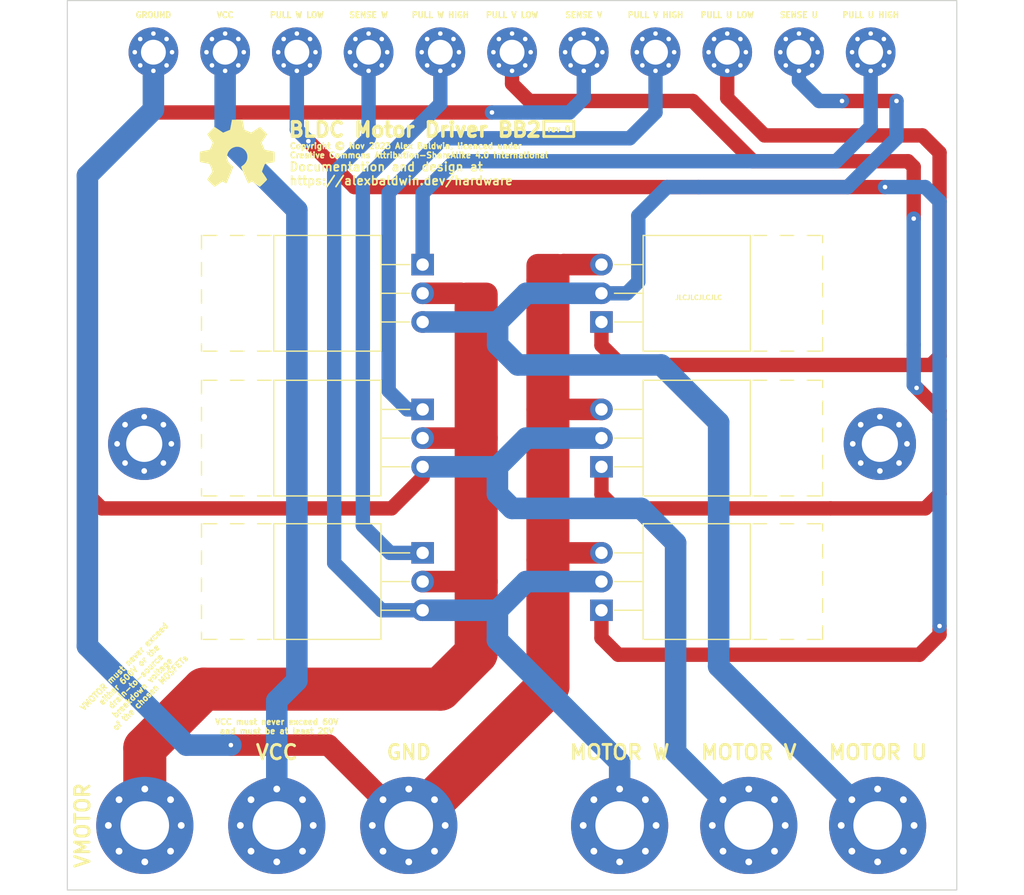
<source format=kicad_pcb>
(kicad_pcb (version 20211014) (generator pcbnew)
  (layers (0 "F.Cu" signal) (31 "B.Cu" signal) (34 "B.Paste" user) (35 "F.Paste" user) (36 "B.SilkS" user "B.Silkscreen") (37 "F.SilkS" user "F.Silkscreen") (38 "B.Mask" user) (39 "F.Mask" user) (44 "Edge.Cuts" user))
  (net 0 "")
  (net 1 "Net-(H1-Pad1)")
  (net 2 "Net-(H2-Pad1)")
  (net 3 "Net-(H3-Pad1)")
  (net 4 "Net-(H4-Pad1)")
  (net 5 "Net-(H5-Pad1)")
  (net 6 "Net-(H6-Pad1)")
  (net 7 "Net-(H7-Pad1)")
  (net 8 "Net-(H8-Pad1)")
  (net 9 "Net-(H9-Pad1)")
  (net 10 "VCC")
  (net 11 "GNDPWR")
  (net 12 "Net-(H16-Pad1)")
  (footprint "MountingHole:MountingHole_3.2mm_M3_Pad_Via" (layer "F.Cu") (at 148.1328 90.043)
    (fp_text reference "REF**" hide)
    (fp_text value "MountingHole_3.2mm_M3_Pad_Via")
    (pad "1" thru_hole circle (at 1.697056 1.697056) (size 0.8 0.8) (drill 0.5) (layers *.Cu *.Mask))
    (pad "1" thru_hole circle (at 0 2.4) (size 0.8 0.8) (drill 0.5) (layers *.Cu *.Mask))
    (pad "1" thru_hole circle (at 0 0) (size 6.4 6.4) (drill 3.2) (layers *.Cu *.Mask))
    (pad "1" thru_hole circle (at 0 -2.4) (size 0.8 0.8) (drill 0.5) (layers *.Cu *.Mask))
    (pad "1" thru_hole circle (at -2.4 0) (size 0.8 0.8) (drill 0.5) (layers *.Cu *.Mask))
    (pad "1" thru_hole circle (at 1.697056 -1.697056) (size 0.8 0.8) (drill 0.5) (layers *.Cu *.Mask))
    (pad "1" thru_hole circle (at 2.4 0) (size 0.8 0.8) (drill 0.5) (layers *.Cu *.Mask))
    (pad "1" thru_hole circle (at -1.697056 -1.697056) (size 0.8 0.8) (drill 0.5) (layers *.Cu *.Mask))
    (pad "1" thru_hole circle (at -1.697056 1.697056) (size 0.8 0.8) (drill 0.5) (layers *.Cu *.Mask))
  )
  (footprint "MountingHole:MountingHole_2.2mm_M2_Pad_Via" (layer "F.Cu") (at 147.32 55.372 180)
    (fp_text reference "H1" hide)
    (fp_text value "U_HIGH_SIDE_DRIVE")
    (pad "1" thru_hole circle (at 1.65 0 180) (size 0.7 0.7) (drill 0.4) (layers *.Cu *.Mask) (net 1 "Net-(H1-Pad1)"))
    (pad "1" thru_hole circle (at 0 1.65 180) (size 0.7 0.7) (drill 0.4) (layers *.Cu *.Mask) (net 1 "Net-(H1-Pad1)"))
    (pad "1" thru_hole circle (at 0 -1.65 180) (size 0.7 0.7) (drill 0.4) (layers *.Cu *.Mask) (net 1 "Net-(H1-Pad1)"))
    (pad "1" thru_hole circle (at 1.166726 -1.166726 180) (size 0.7 0.7) (drill 0.4) (layers *.Cu *.Mask) (net 1 "Net-(H1-Pad1)"))
    (pad "1" thru_hole circle (at 1.166726 1.166726 180) (size 0.7 0.7) (drill 0.4) (layers *.Cu *.Mask) (net 1 "Net-(H1-Pad1)"))
    (pad "1" thru_hole circle (at -1.65 0 180) (size 0.7 0.7) (drill 0.4) (layers *.Cu *.Mask) (net 1 "Net-(H1-Pad1)"))
    (pad "1" thru_hole circle (at -1.166726 -1.166726 180) (size 0.7 0.7) (drill 0.4) (layers *.Cu *.Mask) (net 1 "Net-(H1-Pad1)"))
    (pad "1" thru_hole circle (at -1.166726 1.166726 180) (size 0.7 0.7) (drill 0.4) (layers *.Cu *.Mask) (net 1 "Net-(H1-Pad1)"))
    (pad "1" thru_hole circle (at 0 0 180) (size 4.4 4.4) (drill 2.2) (layers *.Cu *.Mask) (net 1 "Net-(H1-Pad1)"))
  )
  (footprint "Package_TO_SOT_THT:TO-220-3_Horizontal_TabUp" (layer "F.Cu") (at 123.485 92.075 90)
    (fp_text reference "Q5" hide)
    (fp_text value "IRF3205")
    (pad "" np_thru_hole oval (at 2.54 16.66 90) (size 3.5 3.5) (drill 3.5) (layers *.Cu *.Mask))
    (pad "1" thru_hole rect (at 0 0 90) (size 1.905 2) (drill 1.1) (layers *.Cu *.Mask) (net 6 "Net-(H6-Pad1)"))
    (pad "2" thru_hole oval (at 2.54 0 90) (size 1.905 2) (drill 1.1) (layers *.Cu *.Mask) (net 5 "Net-(H5-Pad1)"))
    (pad "3" thru_hole oval (at 5.08 0 90) (size 1.905 2) (drill 1.1) (layers *.Cu *.Mask) (net 11 "GNDPWR"))
  )
  (footprint "MountingHole:MountingHole_4.3mm_M4_Pad_Via" (layer "F.Cu") (at 83.058 123.825 -90)
    (fp_text reference "H16" hide)
    (fp_text value "VMOTOR")
    (pad "1" thru_hole circle (at 0 0 270) (size 8.6 8.6) (drill 4.3) (layers *.Cu *.Mask) (net 12 "Net-(H16-Pad1)"))
    (pad "1" thru_hole circle (at 2.280419 2.280419 270) (size 0.9 0.9) (drill 0.6) (layers *.Cu *.Mask) (net 12 "Net-(H16-Pad1)"))
    (pad "1" thru_hole circle (at 0 -3.225 270) (size 0.9 0.9) (drill 0.6) (layers *.Cu *.Mask) (net 12 "Net-(H16-Pad1)"))
    (pad "1" thru_hole circle (at -2.280419 2.280419 270) (size 0.9 0.9) (drill 0.6) (layers *.Cu *.Mask) (net 12 "Net-(H16-Pad1)"))
    (pad "1" thru_hole circle (at 3.225 0 270) (size 0.9 0.9) (drill 0.6) (layers *.Cu *.Mask) (net 12 "Net-(H16-Pad1)"))
    (pad "1" thru_hole circle (at 2.280419 -2.280419 270) (size 0.9 0.9) (drill 0.6) (layers *.Cu *.Mask) (net 12 "Net-(H16-Pad1)"))
    (pad "1" thru_hole circle (at -3.225 0 270) (size 0.9 0.9) (drill 0.6) (layers *.Cu *.Mask) (net 12 "Net-(H16-Pad1)"))
    (pad "1" thru_hole circle (at -2.280419 -2.280419 270) (size 0.9 0.9) (drill 0.6) (layers *.Cu *.Mask) (net 12 "Net-(H16-Pad1)"))
    (pad "1" thru_hole circle (at 0 3.225 270) (size 0.9 0.9) (drill 0.6) (layers *.Cu *.Mask) (net 12 "Net-(H16-Pad1)"))
  )
  (footprint "Symbol:OSHW-Symbol_6.7x6mm_SilkScreen" (layer "F.Cu") (at 91.231 64.33)
    (fp_text reference "REF**" hide)
    (fp_text value "OSHW-Symbol_6.7x6mm_SilkScreen" hide)
  )
  (footprint "Package_TO_SOT_THT:TO-220-3_Horizontal_TabUp" (layer "F.Cu") (at 107.655 74.175 -90)
    (fp_text reference "Q1" hide)
    (fp_text value "IRF3205")
    (pad "" np_thru_hole oval (at 2.54 16.66 270) (size 3.5 3.5) (drill 3.5) (layers *.Cu *.Mask))
    (pad "1" thru_hole rect (at 0 0 270) (size 1.905 2) (drill 1.1) (layers *.Cu *.Mask) (net 1 "Net-(H1-Pad1)"))
    (pad "2" thru_hole oval (at 2.54 0 270) (size 1.905 2) (drill 1.1) (layers *.Cu *.Mask) (net 12 "Net-(H16-Pad1)"))
    (pad "3" thru_hole oval (at 5.08 0 270) (size 1.905 2) (drill 1.1) (layers *.Cu *.Mask) (net 2 "Net-(H2-Pad1)"))
  )
  (footprint "MountingHole:MountingHole_4.3mm_M4_Pad_Via" (layer "F.Cu") (at 106.426 123.825)
    (fp_text reference "H15" hide)
    (fp_text value "GND")
    (pad "1" thru_hole circle (at 0 3.225) (size 0.9 0.9) (drill 0.6) (layers *.Cu *.Mask) (net 11 "GNDPWR"))
    (pad "1" thru_hole circle (at 0 0) (size 8.6 8.6) (drill 4.3) (layers *.Cu *.Mask) (net 11 "GNDPWR"))
    (pad "1" thru_hole circle (at 0 -3.225) (size 0.9 0.9) (drill 0.6) (layers *.Cu *.Mask) (net 11 "GNDPWR"))
    (pad "1" thru_hole circle (at -2.280419 2.280419) (size 0.9 0.9) (drill 0.6) (layers *.Cu *.Mask) (net 11 "GNDPWR"))
    (pad "1" thru_hole circle (at 3.225 0) (size 0.9 0.9) (drill 0.6) (layers *.Cu *.Mask) (net 11 "GNDPWR"))
    (pad "1" thru_hole circle (at -3.225 0) (size 0.9 0.9) (drill 0.6) (layers *.Cu *.Mask) (net 11 "GNDPWR"))
    (pad "1" thru_hole circle (at -2.280419 -2.280419) (size 0.9 0.9) (drill 0.6) (layers *.Cu *.Mask) (net 11 "GNDPWR"))
    (pad "1" thru_hole circle (at 2.280419 -2.280419) (size 0.9 0.9) (drill 0.6) (layers *.Cu *.Mask) (net 11 "GNDPWR"))
    (pad "1" thru_hole circle (at 2.280419 2.280419) (size 0.9 0.9) (drill 0.6) (layers *.Cu *.Mask) (net 11 "GNDPWR"))
  )
  (footprint "MountingHole:MountingHole_2.2mm_M2_Pad_Via" (layer "F.Cu") (at 134.62 55.372 180)
    (fp_text reference "H3" hide)
    (fp_text value "U_LOW_SIDE_DRIVE")
    (pad "1" thru_hole circle (at -1.166726 -1.166726 180) (size 0.7 0.7) (drill 0.4) (layers *.Cu *.Mask) (net 3 "Net-(H3-Pad1)"))
    (pad "1" thru_hole circle (at -1.166726 1.166726 180) (size 0.7 0.7) (drill 0.4) (layers *.Cu *.Mask) (net 3 "Net-(H3-Pad1)"))
    (pad "1" thru_hole circle (at 1.166726 -1.166726 180) (size 0.7 0.7) (drill 0.4) (layers *.Cu *.Mask) (net 3 "Net-(H3-Pad1)"))
    (pad "1" thru_hole circle (at 1.166726 1.166726 180) (size 0.7 0.7) (drill 0.4) (layers *.Cu *.Mask) (net 3 "Net-(H3-Pad1)"))
    (pad "1" thru_hole circle (at 0 1.65 180) (size 0.7 0.7) (drill 0.4) (layers *.Cu *.Mask) (net 3 "Net-(H3-Pad1)"))
    (pad "1" thru_hole circle (at 1.65 0 180) (size 0.7 0.7) (drill 0.4) (layers *.Cu *.Mask) (net 3 "Net-(H3-Pad1)"))
    (pad "1" thru_hole circle (at 0 -1.65 180) (size 0.7 0.7) (drill 0.4) (layers *.Cu *.Mask) (net 3 "Net-(H3-Pad1)"))
    (pad "1" thru_hole circle (at -1.65 0 180) (size 0.7 0.7) (drill 0.4) (layers *.Cu *.Mask) (net 3 "Net-(H3-Pad1)"))
    (pad "1" thru_hole circle (at 0 0 180) (size 4.4 4.4) (drill 2.2) (layers *.Cu *.Mask) (net 3 "Net-(H3-Pad1)"))
  )
  (footprint "Package_TO_SOT_THT:TO-220-3_Horizontal_TabUp" (layer "F.Cu") (at 107.655 86.995 -90)
    (fp_text reference "Q2" hide)
    (fp_text value "IRF3205")
    (pad "" np_thru_hole oval (at 2.54 16.66 270) (size 3.5 3.5) (drill 3.5) (layers *.Cu *.Mask))
    (pad "1" thru_hole rect (at 0 0 270) (size 1.905 2) (drill 1.1) (layers *.Cu *.Mask) (net 4 "Net-(H4-Pad1)"))
    (pad "2" thru_hole oval (at 2.54 0 270) (size 1.905 2) (drill 1.1) (layers *.Cu *.Mask) (net 12 "Net-(H16-Pad1)"))
    (pad "3" thru_hole oval (at 5.08 0 270) (size 1.905 2) (drill 1.1) (layers *.Cu *.Mask) (net 5 "Net-(H5-Pad1)"))
  )
  (footprint "MountingHole:MountingHole_2.2mm_M2_Pad_Via" (layer "F.Cu") (at 96.52 55.372 180)
    (fp_text reference "H9" hide)
    (fp_text value "W_LOW_SIDE_DRIVE")
    (pad "1" thru_hole circle (at 0 0 180) (size 4.4 4.4) (drill 2.2) (layers *.Cu *.Mask) (net 9 "Net-(H9-Pad1)"))
    (pad "1" thru_hole circle (at -1.65 0 180) (size 0.7 0.7) (drill 0.4) (layers *.Cu *.Mask) (net 9 "Net-(H9-Pad1)"))
    (pad "1" thru_hole circle (at -1.166726 -1.166726 180) (size 0.7 0.7) (drill 0.4) (layers *.Cu *.Mask) (net 9 "Net-(H9-Pad1)"))
    (pad "1" thru_hole circle (at 1.166726 1.166726 180) (size 0.7 0.7) (drill 0.4) (layers *.Cu *.Mask) (net 9 "Net-(H9-Pad1)"))
    (pad "1" thru_hole circle (at -1.166726 1.166726 180) (size 0.7 0.7) (drill 0.4) (layers *.Cu *.Mask) (net 9 "Net-(H9-Pad1)"))
    (pad "1" thru_hole circle (at 0 -1.65 180) (size 0.7 0.7) (drill 0.4) (layers *.Cu *.Mask) (net 9 "Net-(H9-Pad1)"))
    (pad "1" thru_hole circle (at 1.166726 -1.166726 180) (size 0.7 0.7) (drill 0.4) (layers *.Cu *.Mask) (net 9 "Net-(H9-Pad1)"))
    (pad "1" thru_hole circle (at 0 1.65 180) (size 0.7 0.7) (drill 0.4) (layers *.Cu *.Mask) (net 9 "Net-(H9-Pad1)"))
    (pad "1" thru_hole circle (at 1.65 0 180) (size 0.7 0.7) (drill 0.4) (layers *.Cu *.Mask) (net 9 "Net-(H9-Pad1)"))
  )
  (footprint "MountingHole:MountingHole_4.3mm_M4_Pad_Via" (layer "F.Cu") (at 147.935 123.825)
    (fp_text reference "H17" hide)
    (fp_text value "MOTOR_U_DRIVE")
    (pad "1" thru_hole circle (at -2.280419 2.280419) (size 0.9 0.9) (drill 0.6) (layers *.Cu *.Mask) (net 2 "Net-(H2-Pad1)"))
    (pad "1" thru_hole circle (at -3.225 0) (size 0.9 0.9) (drill 0.6) (layers *.Cu *.Mask) (net 2 "Net-(H2-Pad1)"))
    (pad "1" thru_hole circle (at 0 -3.225) (size 0.9 0.9) (drill 0.6) (layers *.Cu *.Mask) (net 2 "Net-(H2-Pad1)"))
    (pad "1" thru_hole circle (at 0 3.225) (size 0.9 0.9) (drill 0.6) (layers *.Cu *.Mask) (net 2 "Net-(H2-Pad1)"))
    (pad "1" thru_hole circle (at 2.280419 2.280419) (size 0.9 0.9) (drill 0.6) (layers *.Cu *.Mask) (net 2 "Net-(H2-Pad1)"))
    (pad "1" thru_hole circle (at 0 0) (size 8.6 8.6) (drill 4.3) (layers *.Cu *.Mask) (net 2 "Net-(H2-Pad1)"))
    (pad "1" thru_hole circle (at 3.225 0) (size 0.9 0.9) (drill 0.6) (layers *.Cu *.Mask) (net 2 "Net-(H2-Pad1)"))
    (pad "1" thru_hole circle (at 2.280419 -2.280419) (size 0.9 0.9) (drill 0.6) (layers *.Cu *.Mask) (net 2 "Net-(H2-Pad1)"))
    (pad "1" thru_hole circle (at -2.280419 -2.280419) (size 0.9 0.9) (drill 0.6) (layers *.Cu *.Mask) (net 2 "Net-(H2-Pad1)"))
  )
  (footprint "MountingHole:MountingHole_2.2mm_M2_Pad_Via" (layer "F.Cu") (at 83.82 55.372 180)
    (fp_text reference "H11" hide)
    (fp_text value "GND")
    (pad "1" thru_hole circle (at 1.166726 -1.166726 180) (size 0.7 0.7) (drill 0.4) (layers *.Cu *.Mask) (net 11 "GNDPWR"))
    (pad "1" thru_hole circle (at -1.166726 1.166726 180) (size 0.7 0.7) (drill 0.4) (layers *.Cu *.Mask) (net 11 "GNDPWR"))
    (pad "1" thru_hole circle (at 0 -1.65 180) (size 0.7 0.7) (drill 0.4) (layers *.Cu *.Mask) (net 11 "GNDPWR"))
    (pad "1" thru_hole circle (at 1.166726 1.166726 180) (size 0.7 0.7) (drill 0.4) (layers *.Cu *.Mask) (net 11 "GNDPWR"))
    (pad "1" thru_hole circle (at -1.166726 -1.166726 180) (size 0.7 0.7) (drill 0.4) (layers *.Cu *.Mask) (net 11 "GNDPWR"))
    (pad "1" thru_hole circle (at 0 1.65 180) (size 0.7 0.7) (drill 0.4) (layers *.Cu *.Mask) (net 11 "GNDPWR"))
    (pad "1" thru_hole circle (at 1.65 0 180) (size 0.7 0.7) (drill 0.4) (layers *.Cu *.Mask) (net 11 "GNDPWR"))
    (pad "1" thru_hole circle (at -1.65 0 180) (size 0.7 0.7) (drill 0.4) (layers *.Cu *.Mask) (net 11 "GNDPWR"))
    (pad "1" thru_hole circle (at 0 0 180) (size 4.4 4.4) (drill 2.2) (layers *.Cu *.Mask) (net 11 "GNDPWR"))
  )
  (footprint "MountingHole:MountingHole_2.2mm_M2_Pad_Via" (layer "F.Cu") (at 140.97 55.372 180)
    (fp_text reference "H2" hide)
    (fp_text value "MOTOR_U")
    (pad "1" thru_hole circle (at 0 0 180) (size 4.4 4.4) (drill 2.2) (layers *.Cu *.Mask) (net 2 "Net-(H2-Pad1)"))
    (pad "1" thru_hole circle (at 0 -1.65 180) (size 0.7 0.7) (drill 0.4) (layers *.Cu *.Mask) (net 2 "Net-(H2-Pad1)"))
    (pad "1" thru_hole circle (at -1.65 0 180) (size 0.7 0.7) (drill 0.4) (layers *.Cu *.Mask) (net 2 "Net-(H2-Pad1)"))
    (pad "1" thru_hole circle (at 1.166726 -1.166726 180) (size 0.7 0.7) (drill 0.4) (layers *.Cu *.Mask) (net 2 "Net-(H2-Pad1)"))
    (pad "1" thru_hole circle (at -1.166726 1.166726 180) (size 0.7 0.7) (drill 0.4) (layers *.Cu *.Mask) (net 2 "Net-(H2-Pad1)"))
    (pad "1" thru_hole circle (at 0 1.65 180) (size 0.7 0.7) (drill 0.4) (layers *.Cu *.Mask) (net 2 "Net-(H2-Pad1)"))
    (pad "1" thru_hole circle (at 1.166726 1.166726 180) (size 0.7 0.7) (drill 0.4) (layers *.Cu *.Mask) (net 2 "Net-(H2-Pad1)"))
    (pad "1" thru_hole circle (at -1.166726 -1.166726 180) (size 0.7 0.7) (drill 0.4) (layers *.Cu *.Mask) (net 2 "Net-(H2-Pad1)"))
    (pad "1" thru_hole circle (at 1.65 0 180) (size 0.7 0.7) (drill 0.4) (layers *.Cu *.Mask) (net 2 "Net-(H2-Pad1)"))
  )
  (footprint "MountingHole:MountingHole_2.2mm_M2_Pad_Via" (layer "F.Cu") (at 121.92 55.372 180)
    (fp_text reference "H5" hide)
    (fp_text value "MOTOR_V")
    (pad "1" thru_hole circle (at 0 1.65 180) (size 0.7 0.7) (drill 0.4) (layers *.Cu *.Mask) (net 5 "Net-(H5-Pad1)"))
    (pad "1" thru_hole circle (at 1.166726 -1.166726 180) (size 0.7 0.7) (drill 0.4) (layers *.Cu *.Mask) (net 5 "Net-(H5-Pad1)"))
    (pad "1" thru_hole circle (at 1.65 0 180) (size 0.7 0.7) (drill 0.4) (layers *.Cu *.Mask) (net 5 "Net-(H5-Pad1)"))
    (pad "1" thru_hole circle (at 0 -1.65 180) (size 0.7 0.7) (drill 0.4) (layers *.Cu *.Mask) (net 5 "Net-(H5-Pad1)"))
    (pad "1" thru_hole circle (at -1.166726 1.166726 180) (size 0.7 0.7) (drill 0.4) (layers *.Cu *.Mask) (net 5 "Net-(H5-Pad1)"))
    (pad "1" thru_hole circle (at 1.166726 1.166726 180) (size 0.7 0.7) (drill 0.4) (layers *.Cu *.Mask) (net 5 "Net-(H5-Pad1)"))
    (pad "1" thru_hole circle (at -1.166726 -1.166726 180) (size 0.7 0.7) (drill 0.4) (layers *.Cu *.Mask) (net 5 "Net-(H5-Pad1)"))
    (pad "1" thru_hole circle (at 0 0 180) (size 4.4 4.4) (drill 2.2) (layers *.Cu *.Mask) (net 5 "Net-(H5-Pad1)"))
    (pad "1" thru_hole circle (at -1.65 0 180) (size 0.7 0.7) (drill 0.4) (layers *.Cu *.Mask) (net 5 "Net-(H5-Pad1)"))
  )
  (footprint "Package_TO_SOT_THT:TO-220-3_Horizontal_TabUp" (layer "F.Cu") (at 107.655 99.695 -90)
    (fp_text reference "Q3" hide)
    (fp_text value "IRF3205")
    (pad "" np_thru_hole oval (at 2.54 16.66 270) (size 3.5 3.5) (drill 3.5) (layers *.Cu *.Mask))
    (pad "1" thru_hole rect (at 0 0 270) (size 1.905 2) (drill 1.1) (layers *.Cu *.Mask) (net 7 "Net-(H7-Pad1)"))
    (pad "2" thru_hole oval (at 2.54 0 270) (size 1.905 2) (drill 1.1) (layers *.Cu *.Mask) (net 12 "Net-(H16-Pad1)"))
    (pad "3" thru_hole oval (at 5.08 0 270) (size 1.905 2) (drill 1.1) (layers *.Cu *.Mask) (net 8 "Net-(H8-Pad1)"))
  )
  (footprint "MountingHole:MountingHole_2.2mm_M2_Pad_Via" (layer "F.Cu") (at 109.22 55.372 180)
    (fp_text reference "H7" hide)
    (fp_text value "W_HIGH_SIDE_DRIVE")
    (pad "1" thru_hole circle (at 0 0 180) (size 4.4 4.4) (drill 2.2) (layers *.Cu *.Mask) (net 7 "Net-(H7-Pad1)"))
    (pad "1" thru_hole circle (at 1.65 0 180) (size 0.7 0.7) (drill 0.4) (layers *.Cu *.Mask) (net 7 "Net-(H7-Pad1)"))
    (pad "1" thru_hole circle (at 0 1.65 180) (size 0.7 0.7) (drill 0.4) (layers *.Cu *.Mask) (net 7 "Net-(H7-Pad1)"))
    (pad "1" thru_hole circle (at -1.166726 1.166726 180) (size 0.7 0.7) (drill 0.4) (layers *.Cu *.Mask) (net 7 "Net-(H7-Pad1)"))
    (pad "1" thru_hole circle (at 0 -1.65 180) (size 0.7 0.7) (drill 0.4) (layers *.Cu *.Mask) (net 7 "Net-(H7-Pad1)"))
    (pad "1" thru_hole circle (at 1.166726 -1.166726 180) (size 0.7 0.7) (drill 0.4) (layers *.Cu *.Mask) (net 7 "Net-(H7-Pad1)"))
    (pad "1" thru_hole circle (at 1.166726 1.166726 180) (size 0.7 0.7) (drill 0.4) (layers *.Cu *.Mask) (net 7 "Net-(H7-Pad1)"))
    (pad "1" thru_hole circle (at -1.166726 -1.166726 180) (size 0.7 0.7) (drill 0.4) (layers *.Cu *.Mask) (net 7 "Net-(H7-Pad1)"))
    (pad "1" thru_hole circle (at -1.65 0 180) (size 0.7 0.7) (drill 0.4) (layers *.Cu *.Mask) (net 7 "Net-(H7-Pad1)"))
  )
  (footprint "MountingHole:MountingHole_2.2mm_M2_Pad_Via" (layer "F.Cu") (at 102.87 55.372 180)
    (fp_text reference "H8" hide)
    (fp_text value "MOTOR_W")
    (pad "1" thru_hole circle (at -1.65 0 180) (size 0.7 0.7) (drill 0.4) (layers *.Cu *.Mask) (net 8 "Net-(H8-Pad1)"))
    (pad "1" thru_hole circle (at 1.65 0 180) (size 0.7 0.7) (drill 0.4) (layers *.Cu *.Mask) (net 8 "Net-(H8-Pad1)"))
    (pad "1" thru_hole circle (at 0 0 180) (size 4.4 4.4) (drill 2.2) (layers *.Cu *.Mask) (net 8 "Net-(H8-Pad1)"))
    (pad "1" thru_hole circle (at 1.166726 1.166726 180) (size 0.7 0.7) (drill 0.4) (layers *.Cu *.Mask) (net 8 "Net-(H8-Pad1)"))
    (pad "1" thru_hole circle (at 0 1.65 180) (size 0.7 0.7) (drill 0.4) (layers *.Cu *.Mask) (net 8 "Net-(H8-Pad1)"))
    (pad "1" thru_hole circle (at 1.166726 -1.166726 180) (size 0.7 0.7) (drill 0.4) (layers *.Cu *.Mask) (net 8 "Net-(H8-Pad1)"))
    (pad "1" thru_hole circle (at 0 -1.65 180) (size 0.7 0.7) (drill 0.4) (layers *.Cu *.Mask) (net 8 "Net-(H8-Pad1)"))
    (pad "1" thru_hole circle (at -1.166726 -1.166726 180) (size 0.7 0.7) (drill 0.4) (layers *.Cu *.Mask) (net 8 "Net-(H8-Pad1)"))
    (pad "1" thru_hole circle (at -1.166726 1.166726 180) (size 0.7 0.7) (drill 0.4) (layers *.Cu *.Mask) (net 8 "Net-(H8-Pad1)"))
  )
  (footprint "Package_TO_SOT_THT:TO-220-3_Horizontal_TabUp" (layer "F.Cu") (at 123.485 104.775 90)
    (fp_text reference "Q6" hide)
    (fp_text value "IRF3205")
    (pad "" np_thru_hole oval (at 2.54 16.66 90) (size 3.5 3.5) (drill 3.5) (layers *.Cu *.Mask))
    (pad "1" thru_hole rect (at 0 0 90) (size 1.905 2) (drill 1.1) (layers *.Cu *.Mask) (net 9 "Net-(H9-Pad1)"))
    (pad "2" thru_hole oval (at 2.54 0 90) (size 1.905 2) (drill 1.1) (layers *.Cu *.Mask) (net 8 "Net-(H8-Pad1)"))
    (pad "3" thru_hole oval (at 5.08 0 90) (size 1.905 2) (drill 1.1) (layers *.Cu *.Mask) (net 11 "GNDPWR"))
  )
  (footprint "MountingHole:MountingHole_4.3mm_M4_Pad_Via" (layer "F.Cu") (at 136.525 123.825)
    (fp_text reference "H18" hide)
    (fp_text value "MOTOR_V_DRIVE")
    (pad "1" thru_hole circle (at -2.280419 2.280419) (size 0.9 0.9) (drill 0.6) (layers *.Cu *.Mask) (net 5 "Net-(H5-Pad1)"))
    (pad "1" thru_hole circle (at -2.280419 -2.280419) (size 0.9 0.9) (drill 0.6) (layers *.Cu *.Mask) (net 5 "Net-(H5-Pad1)"))
    (pad "1" thru_hole circle (at 0 0) (size 8.6 8.6) (drill 4.3) (layers *.Cu *.Mask) (net 5 "Net-(H5-Pad1)"))
    (pad "1" thru_hole circle (at 0 -3.225) (size 0.9 0.9) (drill 0.6) (layers *.Cu *.Mask) (net 5 "Net-(H5-Pad1)"))
    (pad "1" thru_hole circle (at -3.225 0) (size 0.9 0.9) (drill 0.6) (layers *.Cu *.Mask) (net 5 "Net-(H5-Pad1)"))
    (pad "1" thru_hole circle (at 2.280419 2.280419) (size 0.9 0.9) (drill 0.6) (layers *.Cu *.Mask) (net 5 "Net-(H5-Pad1)"))
    (pad "1" thru_hole circle (at 2.280419 -2.280419) (size 0.9 0.9) (drill 0.6) (layers *.Cu *.Mask) (net 5 "Net-(H5-Pad1)"))
    (pad "1" thru_hole circle (at 0 3.225) (size 0.9 0.9) (drill 0.6) (layers *.Cu *.Mask) (net 5 "Net-(H5-Pad1)"))
    (pad "1" thru_hole circle (at 3.225 0) (size 0.9 0.9) (drill 0.6) (layers *.Cu *.Mask) (net 5 "Net-(H5-Pad1)"))
  )
  (footprint "MountingHole:MountingHole_4.3mm_M4_Pad_Via" (layer "F.Cu") (at 94.742 123.825)
    (fp_text reference "H14" hide)
    (fp_text value "VCC")
    (pad "1" thru_hole circle (at 3.225 0) (size 0.9 0.9) (drill 0.6) (layers *.Cu *.Mask) (net 10 "VCC"))
    (pad "1" thru_hole circle (at -2.280419 -2.280419) (size 0.9 0.9) (drill 0.6) (layers *.Cu *.Mask) (net 10 "VCC"))
    (pad "1" thru_hole circle (at 0 3.225) (size 0.9 0.9) (drill 0.6) (layers *.Cu *.Mask) (net 10 "VCC"))
    (pad "1" thru_hole circle (at 2.280419 -2.280419) (size 0.9 0.9) (drill 0.6) (layers *.Cu *.Mask) (net 10 "VCC"))
    (pad "1" thru_hole circle (at 0 -3.225) (size 0.9 0.9) (drill 0.6) (layers *.Cu *.Mask) (net 10 "VCC"))
    (pad "1" thru_hole circle (at 2.280419 2.280419) (size 0.9 0.9) (drill 0.6) (layers *.Cu *.Mask) (net 10 "VCC"))
    (pad "1" thru_hole circle (at -2.280419 2.280419) (size 0.9 0.9) (drill 0.6) (layers *.Cu *.Mask) (net 10 "VCC"))
    (pad "1" thru_hole circle (at 0 0) (size 8.6 8.6) (drill 4.3) (layers *.Cu *.Mask) (net 10 "VCC"))
    (pad "1" thru_hole circle (at -3.225 0) (size 0.9 0.9) (drill 0.6) (layers *.Cu *.Mask) (net 10 "VCC"))
  )
  (footprint "MountingHole:MountingHole_2.2mm_M2_Pad_Via" (layer "F.Cu") (at 90.17 55.372 180)
    (fp_text reference "H10" hide)
    (fp_text value "VCC")
    (pad "1" thru_hole circle (at 1.166726 -1.166726 180) (size 0.7 0.7) (drill 0.4) (layers *.Cu *.Mask) (net 10 "VCC"))
    (pad "1" thru_hole circle (at 1.65 0 180) (size 0.7 0.7) (drill 0.4) (layers *.Cu *.Mask) (net 10 "VCC"))
    (pad "1" thru_hole circle (at 1.166726 1.166726 180) (size 0.7 0.7) (drill 0.4) (layers *.Cu *.Mask) (net 10 "VCC"))
    (pad "1" thru_hole circle (at -1.65 0 180) (size 0.7 0.7) (drill 0.4) (layers *.Cu *.Mask) (net 10 "VCC"))
    (pad "1" thru_hole circle (at -1.166726 -1.166726 180) (size 0.7 0.7) (drill 0.4) (layers *.Cu *.Mask) (net 10 "VCC"))
    (pad "1" thru_hole circle (at 0 -1.65 180) (size 0.7 0.7) (drill 0.4) (layers *.Cu *.Mask) (net 10 "VCC"))
    (pad "1" thru_hole circle (at -1.166726 1.166726 180) (size 0.7 0.7) (drill 0.4) (layers *.Cu *.Mask) (net 10 "VCC"))
    (pad "1" thru_hole circle (at 0 1.65 180) (size 0.7 0.7) (drill 0.4) (layers *.Cu *.Mask) (net 10 "VCC"))
    (pad "1" thru_hole circle (at 0 0 180) (size 4.4 4.4) (drill 2.2) (layers *.Cu *.Mask) (net 10 "VCC"))
  )
  (footprint "MountingHole:MountingHole_4.3mm_M4_Pad_Via" (layer "F.Cu") (at 125.095 123.825)
    (fp_text reference "H19" hide)
    (fp_text value "MOTOR_W_DRIVE")
    (pad "1" thru_hole circle (at 0 -3.225) (size 0.9 0.9) (drill 0.6) (layers *.Cu *.Mask) (net 8 "Net-(H8-Pad1)"))
    (pad "1" thru_hole circle (at 2.280419 -2.280419) (size 0.9 0.9) (drill 0.6) (layers *.Cu *.Mask) (net 8 "Net-(H8-Pad1)"))
    (pad "1" thru_hole circle (at 3.225 0) (size 0.9 0.9) (drill 0.6) (layers *.Cu *.Mask) (net 8 "Net-(H8-Pad1)"))
    (pad "1" thru_hole circle (at -2.280419 -2.280419) (size 0.9 0.9) (drill 0.6) (layers *.Cu *.Mask) (net 8 "Net-(H8-Pad1)"))
    (pad "1" thru_hole circle (at 0 3.225) (size 0.9 0.9) (drill 0.6) (layers *.Cu *.Mask) (net 8 "Net-(H8-Pad1)"))
    (pad "1" thru_hole circle (at 2.280419 2.280419) (size 0.9 0.9) (drill 0.6) (layers *.Cu *.Mask) (net 8 "Net-(H8-Pad1)"))
    (pad "1" thru_hole circle (at 0 0) (size 8.6 8.6) (drill 4.3) (layers *.Cu *.Mask) (net 8 "Net-(H8-Pad1)"))
    (pad "1" thru_hole circle (at -3.225 0) (size 0.9 0.9) (drill 0.6) (layers *.Cu *.Mask) (net 8 "Net-(H8-Pad1)"))
    (pad "1" thru_hole circle (at -2.280419 2.280419) (size 0.9 0.9) (drill 0.6) (layers *.Cu *.Mask) (net 8 "Net-(H8-Pad1)"))
  )
  (footprint "MountingHole:MountingHole_3.2mm_M3_Pad_Via" (layer "F.Cu") (at 83.0072 90.043)
    (fp_text reference "REF**" hide)
    (fp_text value "MountingHole_3.2mm_M3_Pad_Via")
    (pad "1" thru_hole circle (at 0 2.4) (size 0.8 0.8) (drill 0.5) (layers F&B.Cu *.Mask))
    (pad "1" thru_hole circle (at 1.697056 1.697056) (size 0.8 0.8) (drill 0.5) (layers F&B.Cu *.Mask))
    (pad "1" thru_hole circle (at 1.697056 -1.697056) (size 0.8 0.8) (drill 0.5) (layers F&B.Cu *.Mask))
    (pad "1" thru_hole circle (at 2.4 0) (size 0.8 0.8) (drill 0.5) (layers F&B.Cu *.Mask))
    (pad "1" thru_hole circle (at -1.697056 1.697056) (size 0.8 0.8) (drill 0.5) (layers F&B.Cu *.Mask))
    (pad "1" thru_hole circle (at 0 0) (size 6.4 6.4) (drill 3.2) (layers F&B.Cu *.Mask))
    (pad "1" thru_hole circle (at -2.4 0) (size 0.8 0.8) (drill 0.5) (layers F&B.Cu *.Mask))
    (pad "1" thru_hole circle (at -1.697056 -1.697056) (size 0.8 0.8) (drill 0.5) (layers F&B.Cu *.Mask))
    (pad "1" thru_hole circle (at 0 -2.4) (size 0.8 0.8) (drill 0.5) (layers F&B.Cu *.Mask))
  )
  (footprint "Package_TO_SOT_THT:TO-220-3_Horizontal_TabUp" (layer "F.Cu") (at 123.485 79.255 90)
    (fp_text reference "Q4" hide)
    (fp_text value "IRF3205")
    (pad "" np_thru_hole oval (at 2.54 16.66 90) (size 3.5 3.5) (drill 3.5) (layers *.Cu *.Mask))
    (pad "1" thru_hole rect (at 0 0 90) (size 1.905 2) (drill 1.1) (layers *.Cu *.Mask) (net 3 "Net-(H3-Pad1)"))
    (pad "2" thru_hole oval (at 2.54 0 90) (size 1.905 2) (drill 1.1) (layers *.Cu *.Mask) (net 2 "Net-(H2-Pad1)"))
    (pad "3" thru_hole oval (at 5.08 0 90) (size 1.905 2) (drill 1.1) (layers *.Cu *.Mask) (net 11 "GNDPWR"))
  )
  (footprint "MountingHole:MountingHole_2.2mm_M2_Pad_Via" (layer "F.Cu") (at 128.27 55.372 180)
    (fp_text reference "H4" hide)
    (fp_text value "V_HIGH_SIDE_DRIVE")
    (pad "1" thru_hole circle (at 1.166726 1.166726 180) (size 0.7 0.7) (drill 0.4) (layers *.Cu *.Mask) (net 4 "Net-(H4-Pad1)"))
    (pad "1" thru_hole circle (at -1.65 0 180) (size 0.7 0.7) (drill 0.4) (layers *.Cu *.Mask) (net 4 "Net-(H4-Pad1)"))
    (pad "1" thru_hole circle (at 1.65 0 180) (size 0.7 0.7) (drill 0.4) (layers *.Cu *.Mask) (net 4 "Net-(H4-Pad1)"))
    (pad "1" thru_hole circle (at 0 1.65 180) (size 0.7 0.7) (drill 0.4) (layers *.Cu *.Mask) (net 4 "Net-(H4-Pad1)"))
    (pad "1" thru_hole circle (at -1.166726 -1.166726 180) (size 0.7 0.7) (drill 0.4) (layers *.Cu *.Mask) (net 4 "Net-(H4-Pad1)"))
    (pad "1" thru_hole circle (at -1.166726 1.166726 180) (size 0.7 0.7) (drill 0.4) (layers *.Cu *.Mask) (net 4 "Net-(H4-Pad1)"))
    (pad "1" thru_hole circle (at 1.166726 -1.166726 180) (size 0.7 0.7) (drill 0.4) (layers *.Cu *.Mask) (net 4 "Net-(H4-Pad1)"))
    (pad "1" thru_hole circle (at 0 0 180) (size 4.4 4.4) (drill 2.2) (layers *.Cu *.Mask) (net 4 "Net-(H4-Pad1)"))
    (pad "1" thru_hole circle (at 0 -1.65 180) (size 0.7 0.7) (drill 0.4) (layers *.Cu *.Mask) (net 4 "Net-(H4-Pad1)"))
  )
  (footprint "MountingHole:MountingHole_2.2mm_M2_Pad_Via" (layer "F.Cu") (at 115.57 55.372 180)
    (fp_text reference "H6" hide)
    (fp_text value "V_LOW_SIDE_DRIVE")
    (pad "1" thru_hole circle (at -1.65 0 180) (size 0.7 0.7) (drill 0.4) (layers *.Cu *.Mask) (net 6 "Net-(H6-Pad1)"))
    (pad "1" thru_hole circle (at -1.166726 -1.166726 180) (size 0.7 0.7) (drill 0.4) (layers *.Cu *.Mask) (net 6 "Net-(H6-Pad1)"))
    (pad "1" thru_hole circle (at 1.166726 -1.166726 180) (size 0.7 0.7) (drill 0.4) (layers *.Cu *.Mask) (net 6 "Net-(H6-Pad1)"))
    (pad "1" thru_hole circle (at 1.65 0 180) (size 0.7 0.7) (drill 0.4) (layers *.Cu *.Mask) (net 6 "Net-(H6-Pad1)"))
    (pad "1" thru_hole circle (at 0 1.65 180) (size 0.7 0.7) (drill 0.4) (layers *.Cu *.Mask) (net 6 "Net-(H6-Pad1)"))
    (pad "1" thru_hole circle (at -1.166726 1.166726 180) (size 0.7 0.7) (drill 0.4) (layers *.Cu *.Mask) (net 6 "Net-(H6-Pad1)"))
    (pad "1" thru_hole circle (at 1.166726 1.166726 180) (size 0.7 0.7) (drill 0.4) (layers *.Cu *.Mask) (net 6 "Net-(H6-Pad1)"))
    (pad "1" thru_hole circle (at 0 -1.65 180) (size 0.7 0.7) (drill 0.4) (layers *.Cu *.Mask) (net 6 "Net-(H6-Pad1)"))
    (pad "1" thru_hole circle (at 0 0 180) (size 4.4 4.4) (drill 2.2) (layers *.Cu *.Mask) (net 6 "Net-(H6-Pad1)"))
  )
  (gr_line (start 118.381 61.48) (end 121.031 61.48) (layer "F.SilkS") (width 0.254))
  (gr_line (start 121.031 62.83) (end 118.381 62.83) (layer "F.SilkS") (width 0.254))
  (gr_line (start 118.381 62.83) (end 118.381 61.48) (layer "F.SilkS") (width 0.254))
  (gr_line (start 121.031 61.48) (end 121.031 62.83) (layer "F.SilkS") (width 0.254))
  (gr_rect (start 76.2 50.8) (end 154.94 129.54) (layer "Edge.Cuts") (width 0.1) (fill none))
  (gr_text "MOTOR U\n" (at 147.955 117.348) (layer "F.SilkS") (effects (font (size 1.27 1.27) (thickness 0.254))))
  (gr_text "VMOTOR" (at 77.5462 123.825 90) (layer "F.SilkS") (effects (font (size 1.27 1.27) (thickness 0.254))))
  (gr_text "MOTOR V" (at 136.525 117.348) (layer "F.SilkS") (effects (font (size 1.27 1.27) (thickness 0.254))))
  (gr_text "SENSE W" (at 102.87 52.07) (layer "F.SilkS") (effects (font (size 0.508 0.508) (thickness 0.127))))
  (gr_text "PULL U HIGH" (at 147.32 52.07) (layer "F.SilkS") (effects (font (size 0.508 0.508) (thickness 0.127))))
  (gr_text "SENSE V" (at 121.92 52.07) (layer "F.SilkS") (effects (font (size 0.508 0.508) (thickness 0.127))))
  (gr_text "VCC must never exceed 60V\nand must be at least 20V" (at 94.742 115.062) (layer "F.SilkS") (effects (font (size 0.508 0.508) (thickness 0.127))))
  (gr_text "MOTOR W" (at 125.095 117.348) (layer "F.SilkS") (effects (font (size 1.27 1.27) (thickness 0.254))))
  (gr_text "VCC" (at 94.742 117.348) (layer "F.SilkS") (effects (font (size 1.27 1.27) (thickness 0.254))))
  (gr_text "BLDC Motor Driver BB2" (at 95.631 62.23) (layer "F.SilkS") (effects (font (size 1.27 1.27) (thickness 0.3175)) (justify left)))
  (gr_text "PULL V LOW" (at 115.57 52.07) (layer "F.SilkS") (effects (font (size 0.508 0.508) (thickness 0.127))))
  (gr_text "PULL V HIGH" (at 128.27 52.07) (layer "F.SilkS") (effects (font (size 0.508 0.508) (thickness 0.127))))
  (gr_text "Documentation and design at\nhttps://alexbaldwin.dev/hardware" (at 95.781 66.13) (layer "F.SilkS") (effects (font (size 0.762 0.762)) (justify left)))
  (gr_text "PULL W HIGH" (at 109.22 52.07) (layer "F.SilkS") (effects (font (size 0.508 0.508) (thickness 0.127))))
  (gr_text "VMOTOR must never exceed\neither 600V or the \ndrain-to-source \nbreakdown voltage \nof the chosen MOSFETs" (at 82.3976 110.9218 45) (layer "F.SilkS") (effects (font (size 0.508 0.508) (thickness 0.127))))
  (gr_text "GND" (at 106.426 117.348) (layer "F.SilkS") (effects (font (size 1.27 1.27) (thickness 0.254))))
  (gr_text "PULL U LOW" (at 134.62 52.07) (layer "F.SilkS") (effects (font (size 0.508 0.508) (thickness 0.127))))
  (gr_text "VCC" (at 90.17 52.07) (layer "F.SilkS") (effects (font (size 0.508 0.508) (thickness 0.127))))
  (gr_text "PULL W LOW" (at 96.52 52.07) (layer "F.SilkS") (effects (font (size 0.508 0.508) (thickness 0.127))))
  (gr_text "GROUND" (at 83.82 52.07) (layer "F.SilkS") (effects (font (size 0.508 0.508) (thickness 0.127))))
  (gr_text "Copyright © Nov 2023 Alex Baldwin, licenced under\nCreative Commons Attribution-ShareAlike 4.0 International" (at 95.831 64.08) (layer "F.SilkS") (effects (font (size 0.508 0.508) (thickness 0.127)) (justify left)))
  (gr_text "SENSE U" (at 140.97 52.07) (layer "F.SilkS") (effects (font (size 0.508 0.508) (thickness 0.127))))
  (gr_text "rev 0" (at 118.631 62.18) (layer "F.SilkS") (effects (font (size 0.508 0.508) (thickness 0.127)) (justify left)))
  (gr_text "JLCJLCJLCJLC" (at 132.08 77.089) (layer "F.SilkS") (effects (font (size 0.4 0.4) (thickness 0.1))))
  (segment (start 107.655 67.859) (end 110.49 65.024) (width 1.27) (layer "B.Cu") (net 1))
  (segment (start 107.655 74.175) (end 107.655 67.859) (width 1.27) (layer "B.Cu") (net 1))
  (segment (start 110.49 65.024) (end 144.272 65.024) (width 1.27) (layer "B.Cu") (net 1))
  (segment (start 144.272 65.024) (end 147.32 61.976) (width 1.27) (layer "B.Cu") (net 1))
  (segment (start 147.32 61.976) (end 147.32 55.372) (width 1.27) (layer "B.Cu") (net 1))
  (segment (start 149.606 59.69) (end 144.78 59.69) (width 1.27) (layer "F.Cu") (net 2))
  (via (at 149.606 59.69) (size 0.8) (drill 0.4) (layers "F.Cu" "B.Cu") (net 2))
  (via (at 144.78 59.69) (size 0.8) (drill 0.4) (layers "F.Cu" "B.Cu") (net 2))
  (segment (start 144.78 59.69) (end 142.748 59.69) (width 1.27) (layer "B.Cu") (net 2))
  (segment (start 107.655 79.255) (end 114.293 79.255) (width 1.905) (layer "B.Cu") (net 2))
  (segment (start 125.723 76.715) (end 126.746 75.692) (width 1.27) (layer "B.Cu") (net 2))
  (segment (start 116.833 76.715) (end 123.485 76.715) (width 1.905) (layer "B.Cu") (net 2))
  (segment (start 145.288 67.31) (end 149.606 62.992) (width 1.27) (layer "B.Cu") (net 2))
  (segment (start 114.293 79.255) (end 116.833 76.715) (width 1.905) (layer "B.Cu") (net 2))
  (segment (start 116.078 83.058) (end 128.778 83.058) (width 1.905) (layer "B.Cu") (net 2))
  (segment (start 114.293 81.273) (end 116.078 83.058) (width 1.905) (layer "B.Cu") (net 2))
  (segment (start 149.606 62.992) (end 149.606 59.69) (width 1.27) (layer "B.Cu") (net 2))
  (segment (start 129.286 67.31) (end 132.08 67.31) (width 1.27) (layer "B.Cu") (net 2))
  (segment (start 132.08 67.31) (end 145.288 67.31) (width 1.27) (layer "B.Cu") (net 2))
  (segment (start 126.746 69.85) (end 129.286 67.31) (width 1.27) (layer "B.Cu") (net 2))
  (segment (start 133.858 88.138) (end 133.858 109.748) (width 1.905) (layer "B.Cu") (net 2))
  (segment (start 123.485 76.715) (end 125.723 76.715) (width 1.27) (layer "B.Cu") (net 2))
  (segment (start 114.293 79.255) (end 114.293 81.273) (width 1.905) (layer "B.Cu") (net 2))
  (segment (start 142.748 59.69) (end 140.97 57.912) (width 1.27) (layer "B.Cu") (net 2))
  (segment (start 140.97 57.912) (end 140.97 55.372) (width 1.27) (layer "B.Cu") (net 2))
  (segment (start 133.858 109.748) (end 147.935 123.825) (width 1.905) (layer "B.Cu") (net 2))
  (segment (start 128.778 83.058) (end 133.858 88.138) (width 1.905) (layer "B.Cu") (net 2))
  (segment (start 126.746 75.692) (end 126.746 69.85) (width 1.27) (layer "B.Cu") (net 2))
  (segment (start 134.62 59.436) (end 134.62 55.372) (width 1.27) (layer "F.Cu") (net 3))
  (segment (start 123.485 79.255) (end 123.485 81.321) (width 1.27) (layer "F.Cu") (net 3))
  (segment (start 152.654 83.058) (end 153.416 82.296) (width 1.27) (layer "F.Cu") (net 3))
  (segment (start 123.485 81.321) (end 125.222 83.058) (width 1.27) (layer "F.Cu") (net 3))
  (segment (start 153.416 64.262) (end 151.892 62.738) (width 1.27) (layer "F.Cu") (net 3))
  (segment (start 151.892 62.738) (end 137.922 62.738) (width 1.27) (layer "F.Cu") (net 3))
  (segment (start 137.922 62.738) (end 134.62 59.436) (width 1.27) (layer "F.Cu") (net 3))
  (segment (start 153.416 82.296) (end 153.416 64.262) (width 1.27) (layer "F.Cu") (net 3))
  (segment (start 125.222 83.058) (end 152.654 83.058) (width 1.27) (layer "F.Cu") (net 3))
  (segment (start 125.984 62.992) (end 128.27 60.706) (width 1.27) (layer "B.Cu") (net 4))
  (segment (start 106.299 86.995) (end 104.648 85.344) (width 1.27) (layer "B.Cu") (net 4))
  (segment (start 109.474 62.992) (end 125.984 62.992) (width 1.27) (layer "B.Cu") (net 4))
  (segment (start 128.27 60.706) (end 128.27 55.372) (width 1.27) (layer "B.Cu") (net 4))
  (segment (start 107.655 86.995) (end 106.299 86.995) (width 1.27) (layer "B.Cu") (net 4))
  (segment (start 104.648 67.818) (end 109.474 62.992) (width 1.27) (layer "B.Cu") (net 4))
  (segment (start 104.648 85.344) (end 104.648 67.818) (width 1.27) (layer "B.Cu") (net 4))
  (segment (start 113.792 60.706) (end 83.566 60.706) (width 1.27) (layer "F.Cu") (net 5))
  (segment (start 77.978 66.294) (end 77.978 94.488) (width 1.27) (layer "F.Cu") (net 5))
  (segment (start 107.655 93.005) (end 107.655 92.075) (width 1.27) (layer "F.Cu") (net 5))
  (segment (start 77.978 94.488) (end 79.248 95.758) (width 1.27) (layer "F.Cu") (net 5))
  (segment (start 79.248 95.758) (end 104.902 95.758) (width 1.27) (layer "F.Cu") (net 5))
  (segment (start 83.566 60.706) (end 77.978 66.294) (width 1.27) (layer "F.Cu") (net 5))
  (segment (start 104.902 95.758) (end 107.655 93.005) (width 1.27) (layer "F.Cu") (net 5))
  (via (at 113.792 60.706) (size 0.8) (drill 0.4) (layers "F.Cu" "B.Cu") (net 5))
  (segment (start 121.92 55.372) (end 121.92 59.436) (width 1.27) (layer "B.Cu") (net 5))
  (segment (start 114.276 92.075) (end 116.816 89.535) (width 1.905) (layer "B.Cu") (net 5))
  (segment (start 115.57 95.758) (end 127 95.758) (width 1.905) (layer "B.Cu") (net 5))
  (segment (start 114.276 94.464) (end 115.57 95.758) (width 1.905) (layer "B.Cu") (net 5))
  (segment (start 130.048 117.348) (end 136.525 123.825) (width 1.905) (layer "B.Cu") (net 5))
  (segment (start 127 95.758) (end 130.048 98.806) (width 1.905) (layer "B.Cu") (net 5))
  (segment (start 114.276 92.075) (end 114.276 94.464) (width 1.905) (layer "B.Cu") (net 5))
  (segment (start 116.816 89.535) (end 123.468 89.535) (width 1.905) (layer "B.Cu") (net 5))
  (segment (start 107.638 92.075) (end 114.276 92.075) (width 1.905) (layer "B.Cu") (net 5))
  (segment (start 120.65 60.706) (end 113.792 60.706) (width 1.27) (layer "B.Cu") (net 5))
  (segment (start 130.048 98.806) (end 130.048 117.348) (width 1.905) (layer "B.Cu") (net 5))
  (segment (start 121.92 59.436) (end 121.158 60.198) (width 1.27) (layer "B.Cu") (net 5))
  (segment (start 121.158 60.198) (end 120.65 60.706) (width 1.27) (layer "B.Cu") (net 5))
  (segment (start 117.094 59.69) (end 131.572 59.69) (width 1.27) (layer "F.Cu") (net 6))
  (segment (start 124.714 95.758) (end 143.764 95.758) (width 1.27) (layer "F.Cu") (net 6))
  (segment (start 115.57 58.166) (end 117.094 59.69) (width 1.27) (layer "F.Cu") (net 6))
  (segment (start 151.13 65.532) (end 151.13 70.104) (width 1.27) (layer "F.Cu") (net 6))
  (segment (start 123.485 94.529) (end 124.714 95.758) (width 1.27) (layer "F.Cu") (net 6))
  (segment (start 123.485 92.075) (end 123.485 94.529) (width 1.27) (layer "F.Cu") (net 6))
  (segment (start 150.622 65.024) (end 151.13 65.532) (width 1.27) (layer "F.Cu") (net 6))
  (segment (start 136.906 65.024) (end 150.622 65.024) (width 1.27) (layer "F.Cu") (net 6))
  (segment (start 152.146 95.758) (end 153.416 94.488) (width 1.27) (layer "F.Cu") (net 6))
  (segment (start 153.416 94.488) (end 153.416 87.122) (width 1.27) (layer "F.Cu") (net 6))
  (segment (start 115.57 55.372) (end 115.57 58.166) (width 1.27) (layer "F.Cu") (net 6))
  (segment (start 143.764 95.758) (end 152.146 95.758) (width 1.27) (layer "F.Cu") (net 6))
  (segment (start 131.572 59.69) (end 136.906 65.024) (width 1.27) (layer "F.Cu") (net 6))
  (segment (start 153.416 87.122) (end 151.384 85.09) (width 1.27) (layer "F.Cu") (net 6))
  (via (at 151.13 70.104) (size 0.8) (drill 0.4) (layers "F.Cu" "B.Cu") (net 6))
  (via (at 151.384 85.09) (size 0.8) (drill 0.4) (layers "F.Cu" "B.Cu") (net 6))
  (segment (start 151.384 85.09) (end 151.13 84.836) (width 1.27) (layer "B.Cu") (net 6))
  (segment (start 151.13 84.836) (end 151.13 81.28) (width 1.27) (layer "B.Cu") (net 6))
  (segment (start 151.13 81.28) (end 151.13 70.104) (width 1.27) (layer "B.Cu") (net 6))
  (segment (start 109.22 59.944) (end 109.22 55.372) (width 1.27) (layer "B.Cu") (net 7))
  (segment (start 104.775 99.695) (end 102.362 97.282) (width 1.27) (layer "B.Cu") (net 7))
  (segment (start 102.362 97.282) (end 102.362 66.802) (width 1.27) (layer "B.Cu") (net 7))
  (segment (start 102.362 66.802) (end 109.22 59.944) (width 1.27) (layer "B.Cu") (net 7))
  (segment (start 107.655 99.695) (end 104.775 99.695) (width 1.27) (layer "B.Cu") (net 7))
  (segment (start 99.822 100.584) (end 104.013 104.775) (width 1.27) (layer "B.Cu") (net 8))
  (segment (start 102.87 62.992) (end 99.822 66.04) (width 1.27) (layer "B.Cu") (net 8))
  (segment (start 125.095 118.237) (end 114.276 107.418) (width 1.905) (layer "B.Cu") (net 8))
  (segment (start 114.276 104.775) (end 116.816 102.235) (width 1.905) (layer "B.Cu") (net 8))
  (segment (start 116.816 102.235) (end 123.468 102.235) (width 1.905) (layer "B.Cu") (net 8))
  (segment (start 102.87 55.372) (end 102.87 62.992) (width 1.27) (layer "B.Cu") (net 8))
  (segment (start 107.638 104.775) (end 114.276 104.775) (width 1.905) (layer "B.Cu") (net 8))
  (segment (start 114.276 107.418) (end 114.276 104.775) (width 1.905) (layer "B.Cu") (net 8))
  (segment (start 99.822 66.04) (end 99.822 100.584) (width 1.27) (layer "B.Cu") (net 8))
  (segment (start 125.095 123.825) (end 125.095 118.237) (width 1.905) (layer "B.Cu") (net 8))
  (segment (start 104.013 104.775) (end 107.655 104.775) (width 1.27) (layer "B.Cu") (net 8))
  (segment (start 101.6 67.31) (end 148.59 67.31) (width 1.27) (layer "F.Cu") (net 9))
  (segment (start 97.536 63.246) (end 101.6 67.31) (width 1.27) (layer "F.Cu") (net 9))
  (segment (start 123.485 107.229) (end 123.485 104.775) (width 1.27) (layer "F.Cu") (net 9))
  (segment (start 151.638 108.712) (end 124.968 108.712) (width 1.27) (layer "F.Cu") (net 9))
  (segment (start 124.968 108.712) (end 123.485 107.229) (width 1.27) (layer "F.Cu") (net 9))
  (segment (start 153.416 106.934) (end 151.638 108.712) (width 1.27) (layer "F.Cu") (net 9))
  (segment (start 153.416 106.172) (end 153.416 106.934) (width 1.27) (layer "F.Cu") (net 9))
  (via (at 97.536 63.246) (size 0.8) (drill 0.4) (layers "F.Cu" "B.Cu") (net 9))
  (via (at 153.416 106.172) (size 0.8) (drill 0.4) (layers "F.Cu" "B.Cu") (net 9))
  (via (at 148.59 67.31) (size 0.8) (drill 0.4) (layers "F.Cu" "B.Cu") (net 9))
  (segment (start 148.59 67.31) (end 151.13 67.31) (width 1.27) (layer "B.Cu") (net 9))
  (segment (start 151.13 67.31) (end 152.146 67.31) (width 1.27) (layer "B.Cu") (net 9))
  (segment (start 153.416 87.884) (end 153.416 106.172) (width 1.27) (layer "B.Cu") (net 9))
  (segment (start 153.416 68.58) (end 153.416 87.884) (width 1.27) (layer "B.Cu") (net 9))
  (segment (start 96.52 62.23) (end 97.536 63.246) (width 1.27) (layer "B.Cu") (net 9))
  (segment (start 152.146 67.31) (end 153.416 68.58) (width 1.27) (layer "B.Cu") (net 9))
  (segment (start 96.52 55.372) (end 96.52 62.23) (width 1.27) (layer "B.Cu") (net 9))
  (segment (start 96.52 110.998) (end 96.52 69.342) (width 1.905) (layer "B.Cu") (net 10))
  (segment (start 96.52 69.342) (end 90.17 62.992) (width 1.905) (layer "B.Cu") (net 10))
  (segment (start 90.17 62.992) (end 90.17 55.372) (width 1.905) (layer "B.Cu") (net 10))
  (segment (start 94.742 112.776) (end 96.52 110.998) (width 1.905) (layer "B.Cu") (net 10))
  (segment (start 94.742 123.825) (end 94.742 112.776) (width 1.905) (layer "B.Cu") (net 10))
  (segment (start 118.745 100.33) (end 118.745 111.506) (width 3.81) (layer "F.Cu") (net 11))
  (segment (start 123.485 74.175) (end 120.135 74.175) (width 1.905) (layer "F.Cu") (net 11))
  (segment (start 123.485 86.995) (end 118.745 86.995) (width 1.905) (layer "F.Cu") (net 11))
  (segment (start 123.485 99.695) (end 119.38 99.695) (width 1.905) (layer "F.Cu") (net 11))
  (segment (start 118.745 86.995) (end 118.745 75.565) (width 3.81) (layer "F.Cu") (net 11))
  (segment (start 118.745 100.33) (end 118.745 86.995) (width 3.81) (layer "F.Cu") (net 11))
  (segment (start 106.426 123.825) (end 99.314 116.713) (width 1.905) (layer "F.Cu") (net 11))
  (segment (start 118.745 111.506) (end 106.426 123.825) (width 3.81) (layer "F.Cu") (net 11))
  (segment (start 119.38 99.695) (end 118.745 100.33) (width 1.905) (layer "F.Cu") (net 11))
  (segment (start 120.135 74.175) (end 118.745 75.565) (width 1.905) (layer "F.Cu") (net 11))
  (segment (start 99.314 116.713) (end 90.678 116.713) (width 1.905) (layer "F.Cu") (net 11))
  (via (at 90.678 116.713) (size 0.8) (drill 0.4) (layers "F.Cu" "B.Cu") (net 11))
  (segment (start 86.741 116.713) (end 77.978 107.95) (width 1.905) (layer "B.Cu") (net 11))
  (segment (start 90.678 116.713) (end 86.741 116.713) (width 1.905) (layer "B.Cu") (net 11))
  (segment (start 83.82 60.452) (end 83.82 55.372) (width 1.905) (layer "B.Cu") (net 11))
  (segment (start 77.978 107.95) (end 77.978 66.294) (width 1.905) (layer "B.Cu") (net 11))
  (segment (start 77.978 66.294) (end 83.82 60.452) (width 1.905) (layer "B.Cu") (net 11))
  (segment (start 107.655 89.535) (end 112.395 89.535) (width 1.905) (layer "F.Cu") (net 12))
  (segment (start 112.395 89.535) (end 112.395 78.105) (width 3.81) (layer "F.Cu") (net 12))
  (segment (start 83.058 116.967) (end 88.265 111.76) (width 3.81) (layer "F.Cu") (net 12))
  (segment (start 107.655 102.235) (end 112.395 102.235) (width 1.905) (layer "F.Cu") (net 12))
  (segment (start 109.22 111.76) (end 112.395 108.585) (width 3.81) (layer "F.Cu") (net 12))
  (segment (start 107.655 76.715) (end 111.005 76.715) (width 1.905) (layer "F.Cu") (net 12))
  (segment (start 111.005 76.715) (end 112.395 78.105) (width 1.905) (layer "F.Cu") (net 12))
  (segment (start 112.395 102.235) (end 112.395 89.535) (width 3.81) (layer "F.Cu") (net 12))
  (segment (start 83.058 123.825) (end 83.058 116.967) (width 3.81) (layer "F.Cu") (net 12))
  (segment (start 112.395 108.585) (end 112.395 102.235) (width 3.81) (layer "F.Cu") (net 12))
  (segment (start 88.265 111.76) (end 109.22 111.76) (width 3.81) (layer "F.Cu") (net 12))
  (zone (net 12) (net_name "Net-(H16-Pad1)") (layer "F.Cu") (connect_pads (clearance 0.508)) (min_thickness 0.254) (fill yes (thermal_gap 0.508) (thermal_bridge_width 0.508) (smoothing fillet) (radius 1))
    (polygon (pts (xy 114.3 79.121) (xy 110.49 79.121) (xy 110.49 75.7682) (xy 114.3 75.7682)))
  )
  (zone (net 11) (net_name "GNDPWR") (layer "F.Cu") (connect_pads (clearance 0.508)) (min_thickness 0.254) (fill yes (thermal_gap 0.508) (thermal_bridge_width 0.508) (smoothing fillet) (radius 1))
    (polygon (pts (xy 120.65 76.581) (xy 116.84 76.581) (xy 116.84 73.2282) (xy 120.65 73.2282)))
  )
)
</source>
